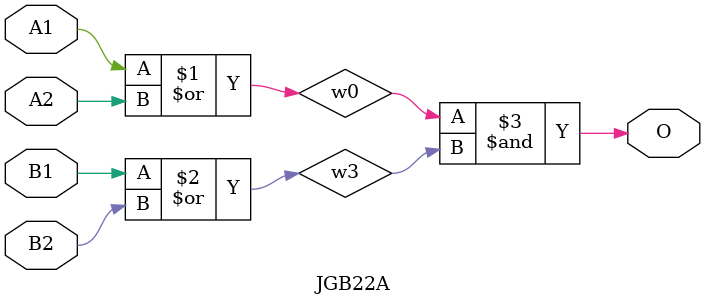
<source format=v>
module JGB22A(A1, A2, B1, B2, O);
input   A1;
input   A2;
input   B1;
input   B2;
output  O;
or g0(w0, A1, A2);
or g1(w3, B1, B2);
and g2(O, w0, w3);
endmodule
</source>
